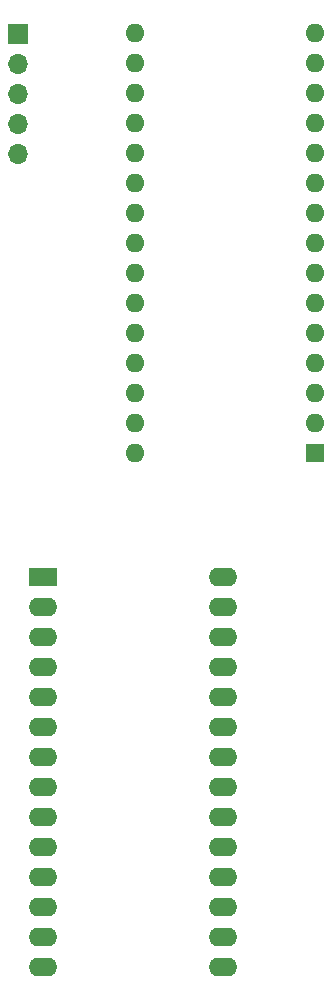
<source format=gbr>
%TF.GenerationSoftware,KiCad,Pcbnew,7.0.11+dfsg-1build4*%
%TF.CreationDate,2024-05-16T00:50:13+10:00*%
%TF.ProjectId,NoBootLoadFlasher,4e6f426f-6f74-44c6-9f61-64466c617368,rev?*%
%TF.SameCoordinates,Original*%
%TF.FileFunction,Soldermask,Bot*%
%TF.FilePolarity,Negative*%
%FSLAX46Y46*%
G04 Gerber Fmt 4.6, Leading zero omitted, Abs format (unit mm)*
G04 Created by KiCad (PCBNEW 7.0.11+dfsg-1build4) date 2024-05-16 00:50:13*
%MOMM*%
%LPD*%
G01*
G04 APERTURE LIST*
%ADD10R,2.400000X1.600000*%
%ADD11O,2.400000X1.600000*%
%ADD12R,1.700000X1.700000*%
%ADD13O,1.700000X1.700000*%
%ADD14O,1.600000X1.600000*%
%ADD15R,1.600000X1.600000*%
G04 APERTURE END LIST*
D10*
%TO.C,REF\u002A\u002A*%
X83639200Y-127341800D03*
D11*
X83639200Y-129881800D03*
X83639200Y-132421800D03*
X83639200Y-134961800D03*
X83639200Y-137501800D03*
X83639200Y-140041800D03*
X83639200Y-142581800D03*
X83639200Y-145121800D03*
X83639200Y-147661800D03*
X83639200Y-150201800D03*
X83639200Y-152741800D03*
X83639200Y-155281800D03*
X83639200Y-157821800D03*
X83639200Y-160361800D03*
X98879200Y-160361800D03*
X98879200Y-157821800D03*
X98879200Y-155281800D03*
X98879200Y-152741800D03*
X98879200Y-150201800D03*
X98879200Y-147661800D03*
X98879200Y-145121800D03*
X98879200Y-142581800D03*
X98879200Y-140041800D03*
X98879200Y-137501800D03*
X98879200Y-134961800D03*
X98879200Y-132421800D03*
X98879200Y-129881800D03*
X98879200Y-127341800D03*
%TD*%
D12*
%TO.C,REF\u002A\u002A*%
X81534000Y-81407000D03*
D13*
X81534000Y-83947000D03*
X81534000Y-86487000D03*
X81534000Y-89027000D03*
X81534000Y-91567000D03*
%TD*%
D14*
%TO.C,LGT8F328P LQFP32 MiniEVB*%
X91440000Y-116840000D03*
X91440000Y-114300000D03*
X91440000Y-111760000D03*
X91440000Y-109220000D03*
X91440000Y-106680000D03*
X91440000Y-104140000D03*
X91440000Y-101600000D03*
X91440000Y-99060000D03*
X91440000Y-96520000D03*
X91440000Y-93980000D03*
X91440000Y-91440000D03*
X91440000Y-88900000D03*
X91440000Y-86360000D03*
X91440000Y-83820000D03*
X91440000Y-81280000D03*
X106680000Y-81280000D03*
X106680000Y-83820000D03*
X106680000Y-86360000D03*
X106680000Y-88900000D03*
X106680000Y-91440000D03*
X106680000Y-93980000D03*
X106680000Y-96520000D03*
X106680000Y-99060000D03*
X106680000Y-101600000D03*
X106680000Y-104140000D03*
X106680000Y-106680000D03*
X106680000Y-109220000D03*
X106680000Y-111760000D03*
X106680000Y-114300000D03*
D15*
X106680000Y-116840000D03*
%TD*%
M02*

</source>
